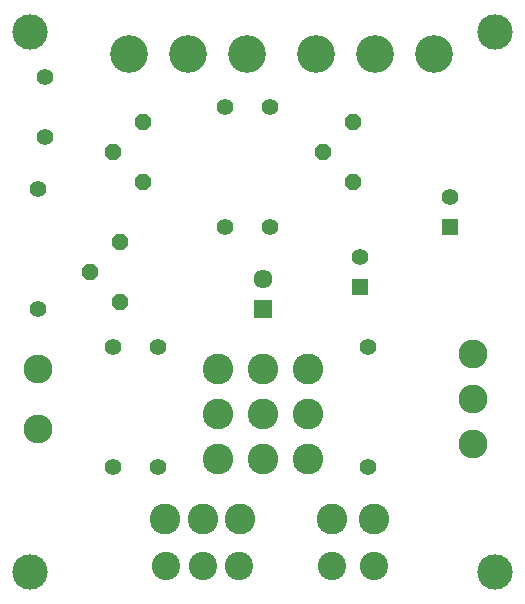
<source format=gts>
G75*
G70*
%OFA0B0*%
%FSLAX24Y24*%
%IPPOS*%
%LPD*%
%AMOC8*
5,1,8,0,0,1.08239X$1,22.5*
%
%ADD10C,0.1182*%
%ADD11OC8,0.0556*%
%ADD12C,0.0556*%
%ADD13C,0.1261*%
%ADD14R,0.0556X0.0556*%
%ADD15C,0.0634*%
%ADD16R,0.0634X0.0634*%
%ADD17C,0.0966*%
%ADD18C,0.1025*%
%ADD19C,0.0946*%
D10*
X001302Y001302D03*
X016802Y001302D03*
X016802Y019302D03*
X001302Y019302D03*
D11*
X004052Y015302D03*
X005052Y014302D03*
X005052Y016302D03*
X004302Y012302D03*
X003302Y011302D03*
X004302Y010302D03*
X011052Y015302D03*
X012052Y014302D03*
X012052Y016302D03*
D12*
X009302Y016802D03*
X007802Y016802D03*
X007802Y012802D03*
X009302Y012802D03*
X012302Y011802D03*
X012552Y008802D03*
X012552Y004802D03*
X005552Y004802D03*
X004052Y004802D03*
X004052Y008802D03*
X005552Y008802D03*
X001552Y010052D03*
X001552Y014052D03*
X001802Y015802D03*
X001802Y017802D03*
X015302Y013802D03*
D13*
X014771Y018552D03*
X012802Y018552D03*
X010834Y018552D03*
X008521Y018552D03*
X006552Y018552D03*
X004584Y018552D03*
D14*
X012302Y010802D03*
X015302Y012802D03*
D15*
X009052Y011052D03*
D16*
X009052Y010052D03*
D17*
X016052Y008552D03*
X016052Y007052D03*
X016052Y005552D03*
X001552Y006052D03*
X001552Y008052D03*
D18*
X005802Y003052D03*
X007052Y003052D03*
X008302Y003052D03*
X007552Y005052D03*
X007552Y006552D03*
X007552Y008052D03*
X009052Y008052D03*
X009052Y006552D03*
X009052Y005052D03*
X010552Y005052D03*
X010552Y006552D03*
X010552Y008052D03*
X011352Y003052D03*
X012752Y003052D03*
D19*
X012752Y001502D03*
X011352Y001502D03*
X008277Y001502D03*
X007052Y001502D03*
X005827Y001502D03*
M02*

</source>
